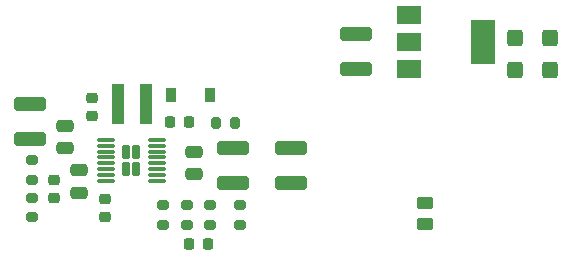
<source format=gtp>
G04 #@! TF.GenerationSoftware,KiCad,Pcbnew,(6.0.0)*
G04 #@! TF.CreationDate,2022-01-21T19:36:15+00:00*
G04 #@! TF.ProjectId,MaxPower,4d617850-6f77-4657-922e-6b696361645f,rev?*
G04 #@! TF.SameCoordinates,Original*
G04 #@! TF.FileFunction,Paste,Top*
G04 #@! TF.FilePolarity,Positive*
%FSLAX46Y46*%
G04 Gerber Fmt 4.6, Leading zero omitted, Abs format (unit mm)*
G04 Created by KiCad (PCBNEW (6.0.0)) date 2022-01-21 19:36:15*
%MOMM*%
%LPD*%
G01*
G04 APERTURE LIST*
G04 Aperture macros list*
%AMRoundRect*
0 Rectangle with rounded corners*
0 $1 Rounding radius*
0 $2 $3 $4 $5 $6 $7 $8 $9 X,Y pos of 4 corners*
0 Add a 4 corners polygon primitive as box body*
4,1,4,$2,$3,$4,$5,$6,$7,$8,$9,$2,$3,0*
0 Add four circle primitives for the rounded corners*
1,1,$1+$1,$2,$3*
1,1,$1+$1,$4,$5*
1,1,$1+$1,$6,$7*
1,1,$1+$1,$8,$9*
0 Add four rect primitives between the rounded corners*
20,1,$1+$1,$2,$3,$4,$5,0*
20,1,$1+$1,$4,$5,$6,$7,0*
20,1,$1+$1,$6,$7,$8,$9,0*
20,1,$1+$1,$8,$9,$2,$3,0*%
G04 Aperture macros list end*
%ADD10R,2.000000X1.500000*%
%ADD11R,2.000000X3.800000*%
%ADD12RoundRect,0.225000X0.225000X0.250000X-0.225000X0.250000X-0.225000X-0.250000X0.225000X-0.250000X0*%
%ADD13RoundRect,0.250000X-0.475000X0.250000X-0.475000X-0.250000X0.475000X-0.250000X0.475000X0.250000X0*%
%ADD14RoundRect,0.225000X-0.250000X0.225000X-0.250000X-0.225000X0.250000X-0.225000X0.250000X0.225000X0*%
%ADD15RoundRect,0.250000X-0.425000X0.450000X-0.425000X-0.450000X0.425000X-0.450000X0.425000X0.450000X0*%
%ADD16RoundRect,0.250000X-1.100000X0.325000X-1.100000X-0.325000X1.100000X-0.325000X1.100000X0.325000X0*%
%ADD17RoundRect,0.200000X-0.275000X0.200000X-0.275000X-0.200000X0.275000X-0.200000X0.275000X0.200000X0*%
%ADD18RoundRect,0.200000X0.275000X-0.200000X0.275000X0.200000X-0.275000X0.200000X-0.275000X-0.200000X0*%
%ADD19RoundRect,0.172500X-0.172500X-0.422500X0.172500X-0.422500X0.172500X0.422500X-0.172500X0.422500X0*%
%ADD20RoundRect,0.075000X-0.650000X-0.075000X0.650000X-0.075000X0.650000X0.075000X-0.650000X0.075000X0*%
%ADD21RoundRect,0.250000X-0.450000X0.262500X-0.450000X-0.262500X0.450000X-0.262500X0.450000X0.262500X0*%
%ADD22RoundRect,0.250000X0.475000X-0.250000X0.475000X0.250000X-0.475000X0.250000X-0.475000X-0.250000X0*%
%ADD23RoundRect,0.250000X1.100000X-0.325000X1.100000X0.325000X-1.100000X0.325000X-1.100000X-0.325000X0*%
%ADD24R,0.900000X1.200000*%
%ADD25R,0.980000X3.400000*%
%ADD26RoundRect,0.200000X0.200000X0.275000X-0.200000X0.275000X-0.200000X-0.275000X0.200000X-0.275000X0*%
%ADD27RoundRect,0.225000X-0.225000X-0.250000X0.225000X-0.250000X0.225000X0.250000X-0.225000X0.250000X0*%
G04 APERTURE END LIST*
D10*
X167500000Y-128700000D03*
X167500000Y-131000000D03*
D11*
X173800000Y-131000000D03*
D10*
X167500000Y-133300000D03*
D12*
X150475000Y-148100000D03*
X148925000Y-148100000D03*
D13*
X139600000Y-141850000D03*
X139600000Y-143750000D03*
D14*
X137500000Y-142625000D03*
X137500000Y-144175000D03*
X140700000Y-135725000D03*
X140700000Y-137275000D03*
D15*
X176500000Y-130650000D03*
X176500000Y-133350000D03*
D16*
X152600000Y-139975000D03*
X152600000Y-142925000D03*
D17*
X146700000Y-144775000D03*
X146700000Y-146425000D03*
D13*
X149300000Y-140250000D03*
X149300000Y-142150000D03*
D15*
X179500000Y-130650000D03*
X179500000Y-133350000D03*
D14*
X141750000Y-144225000D03*
X141750000Y-145775000D03*
D18*
X150700000Y-146425000D03*
X150700000Y-144775000D03*
D19*
X144415000Y-140290000D03*
X143585000Y-140290000D03*
X144415000Y-141710000D03*
X143585000Y-141710000D03*
D20*
X141850000Y-139250000D03*
X141850000Y-139750000D03*
X141850000Y-140250000D03*
X141850000Y-140750000D03*
X141850000Y-141250000D03*
X141850000Y-141750000D03*
X141850000Y-142250000D03*
X141850000Y-142750000D03*
X146150000Y-142750000D03*
X146150000Y-142250000D03*
X146150000Y-141750000D03*
X146150000Y-141250000D03*
X146150000Y-140750000D03*
X146150000Y-140250000D03*
X146150000Y-139750000D03*
X146150000Y-139250000D03*
D21*
X168900000Y-144587500D03*
X168900000Y-146412500D03*
D22*
X138400000Y-139950000D03*
X138400000Y-138050000D03*
D16*
X157500000Y-139975000D03*
X157500000Y-142925000D03*
D23*
X135400000Y-139192000D03*
X135400000Y-136242000D03*
D24*
X150650000Y-135500000D03*
X147350000Y-135500000D03*
D23*
X163000000Y-133275000D03*
X163000000Y-130325000D03*
D17*
X153200000Y-144775000D03*
X153200000Y-146425000D03*
D25*
X142915000Y-136250000D03*
X145285000Y-136250000D03*
D17*
X135600000Y-144175000D03*
X135600000Y-145825000D03*
D18*
X148700000Y-146425000D03*
X148700000Y-144775000D03*
D26*
X152825000Y-137800000D03*
X151175000Y-137800000D03*
D27*
X147325000Y-137750000D03*
X148875000Y-137750000D03*
D17*
X135600000Y-140975000D03*
X135600000Y-142625000D03*
M02*

</source>
